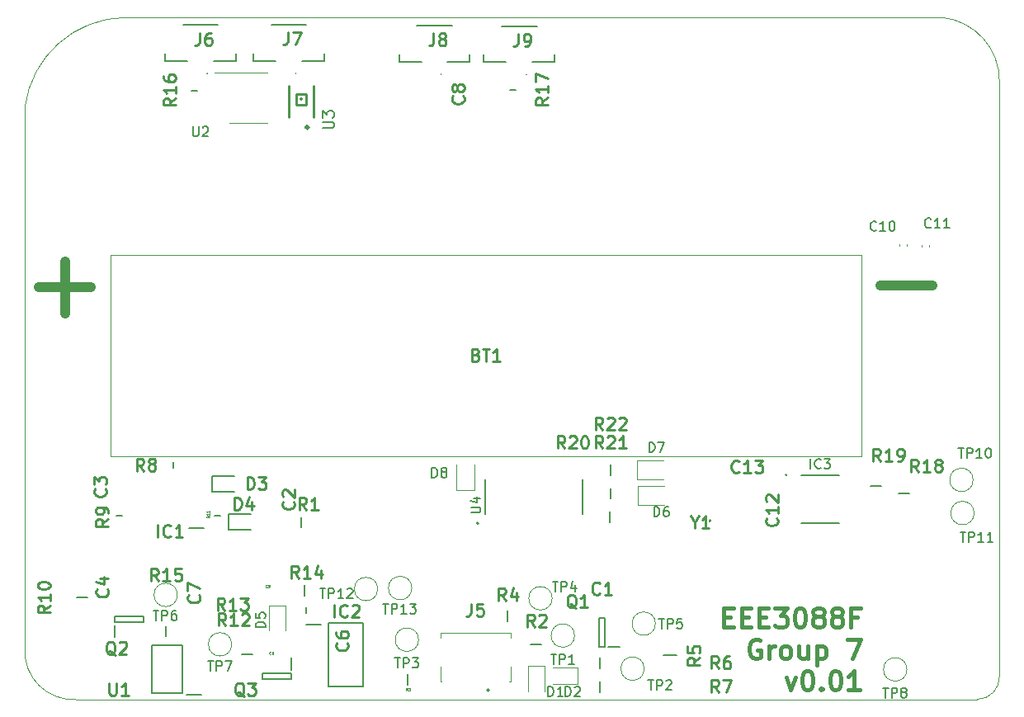
<source format=gbr>
%TF.GenerationSoftware,KiCad,Pcbnew,(6.0.2)*%
%TF.CreationDate,2022-03-20T21:01:56+02:00*%
%TF.ProjectId,main,6d61696e-2e6b-4696-9361-645f70636258,rev?*%
%TF.SameCoordinates,Original*%
%TF.FileFunction,Legend,Top*%
%TF.FilePolarity,Positive*%
%FSLAX46Y46*%
G04 Gerber Fmt 4.6, Leading zero omitted, Abs format (unit mm)*
G04 Created by KiCad (PCBNEW (6.0.2)) date 2022-03-20 21:01:56*
%MOMM*%
%LPD*%
G01*
G04 APERTURE LIST*
%TA.AperFunction,Profile*%
%ADD10C,0.100000*%
%TD*%
%ADD11C,1.000000*%
%ADD12C,0.400000*%
%ADD13C,0.067500*%
%ADD14C,0.254000*%
%ADD15C,0.150000*%
%ADD16C,0.152000*%
%ADD17C,0.200000*%
%ADD18C,0.120000*%
%ADD19C,0.100000*%
%ADD20C,0.127000*%
G04 APERTURE END LIST*
D10*
X189700000Y-76480000D02*
X189700000Y-137400000D01*
X100060000Y-69849999D02*
G75*
G03*
X89700000Y-79080000I93771J-10534423D01*
G01*
X89700000Y-134650000D02*
X89700000Y-79080000D01*
X187390000Y-139830000D02*
G75*
G03*
X189700000Y-137400000I17847J2295998D01*
G01*
X100060000Y-69850000D02*
X183790000Y-69850000D01*
X189700000Y-76480000D02*
G75*
G03*
X183790000Y-69850000I-6555369J105621D01*
G01*
X187390000Y-139830000D02*
X94910000Y-139830000D01*
X89700000Y-134650000D02*
G75*
G03*
X94910000Y-139830000I4932314J-249207D01*
G01*
D11*
X177458333Y-97375000D02*
X182791666Y-97375000D01*
X91133333Y-97525000D02*
X96466666Y-97525000D01*
X93800000Y-100191666D02*
X93800000Y-94858333D01*
D12*
X161429285Y-131387142D02*
X162095952Y-131387142D01*
X162381666Y-132434761D02*
X161429285Y-132434761D01*
X161429285Y-130434761D01*
X162381666Y-130434761D01*
X163238809Y-131387142D02*
X163905476Y-131387142D01*
X164191190Y-132434761D02*
X163238809Y-132434761D01*
X163238809Y-130434761D01*
X164191190Y-130434761D01*
X165048333Y-131387142D02*
X165715000Y-131387142D01*
X166000714Y-132434761D02*
X165048333Y-132434761D01*
X165048333Y-130434761D01*
X166000714Y-130434761D01*
X166667380Y-130434761D02*
X167905476Y-130434761D01*
X167238809Y-131196666D01*
X167524523Y-131196666D01*
X167714999Y-131291904D01*
X167810238Y-131387142D01*
X167905476Y-131577619D01*
X167905476Y-132053809D01*
X167810238Y-132244285D01*
X167714999Y-132339523D01*
X167524523Y-132434761D01*
X166953095Y-132434761D01*
X166762619Y-132339523D01*
X166667380Y-132244285D01*
X169143571Y-130434761D02*
X169334047Y-130434761D01*
X169524523Y-130530000D01*
X169619761Y-130625238D01*
X169715000Y-130815714D01*
X169810238Y-131196666D01*
X169810238Y-131672857D01*
X169715000Y-132053809D01*
X169619761Y-132244285D01*
X169524523Y-132339523D01*
X169334047Y-132434761D01*
X169143571Y-132434761D01*
X168953095Y-132339523D01*
X168857857Y-132244285D01*
X168762619Y-132053809D01*
X168667380Y-131672857D01*
X168667380Y-131196666D01*
X168762619Y-130815714D01*
X168857857Y-130625238D01*
X168953095Y-130530000D01*
X169143571Y-130434761D01*
X170953095Y-131291904D02*
X170762619Y-131196666D01*
X170667380Y-131101428D01*
X170572142Y-130910952D01*
X170572142Y-130815714D01*
X170667380Y-130625238D01*
X170762619Y-130530000D01*
X170953095Y-130434761D01*
X171334047Y-130434761D01*
X171524523Y-130530000D01*
X171619761Y-130625238D01*
X171715000Y-130815714D01*
X171715000Y-130910952D01*
X171619761Y-131101428D01*
X171524523Y-131196666D01*
X171334047Y-131291904D01*
X170953095Y-131291904D01*
X170762619Y-131387142D01*
X170667380Y-131482380D01*
X170572142Y-131672857D01*
X170572142Y-132053809D01*
X170667380Y-132244285D01*
X170762619Y-132339523D01*
X170953095Y-132434761D01*
X171334047Y-132434761D01*
X171524523Y-132339523D01*
X171619761Y-132244285D01*
X171715000Y-132053809D01*
X171715000Y-131672857D01*
X171619761Y-131482380D01*
X171524523Y-131387142D01*
X171334047Y-131291904D01*
X172857857Y-131291904D02*
X172667380Y-131196666D01*
X172572142Y-131101428D01*
X172476904Y-130910952D01*
X172476904Y-130815714D01*
X172572142Y-130625238D01*
X172667380Y-130530000D01*
X172857857Y-130434761D01*
X173238809Y-130434761D01*
X173429285Y-130530000D01*
X173524523Y-130625238D01*
X173619761Y-130815714D01*
X173619761Y-130910952D01*
X173524523Y-131101428D01*
X173429285Y-131196666D01*
X173238809Y-131291904D01*
X172857857Y-131291904D01*
X172667380Y-131387142D01*
X172572142Y-131482380D01*
X172476904Y-131672857D01*
X172476904Y-132053809D01*
X172572142Y-132244285D01*
X172667380Y-132339523D01*
X172857857Y-132434761D01*
X173238809Y-132434761D01*
X173429285Y-132339523D01*
X173524523Y-132244285D01*
X173619761Y-132053809D01*
X173619761Y-131672857D01*
X173524523Y-131482380D01*
X173429285Y-131387142D01*
X173238809Y-131291904D01*
X175143571Y-131387142D02*
X174476904Y-131387142D01*
X174476904Y-132434761D02*
X174476904Y-130434761D01*
X175429285Y-130434761D01*
X165143571Y-133750000D02*
X164953095Y-133654761D01*
X164667380Y-133654761D01*
X164381666Y-133750000D01*
X164191190Y-133940476D01*
X164095952Y-134130952D01*
X164000714Y-134511904D01*
X164000714Y-134797619D01*
X164095952Y-135178571D01*
X164191190Y-135369047D01*
X164381666Y-135559523D01*
X164667380Y-135654761D01*
X164857857Y-135654761D01*
X165143571Y-135559523D01*
X165238809Y-135464285D01*
X165238809Y-134797619D01*
X164857857Y-134797619D01*
X166095952Y-135654761D02*
X166095952Y-134321428D01*
X166095952Y-134702380D02*
X166191190Y-134511904D01*
X166286428Y-134416666D01*
X166476904Y-134321428D01*
X166667380Y-134321428D01*
X167619761Y-135654761D02*
X167429285Y-135559523D01*
X167334047Y-135464285D01*
X167238809Y-135273809D01*
X167238809Y-134702380D01*
X167334047Y-134511904D01*
X167429285Y-134416666D01*
X167619761Y-134321428D01*
X167905476Y-134321428D01*
X168095952Y-134416666D01*
X168191190Y-134511904D01*
X168286428Y-134702380D01*
X168286428Y-135273809D01*
X168191190Y-135464285D01*
X168095952Y-135559523D01*
X167905476Y-135654761D01*
X167619761Y-135654761D01*
X170000714Y-134321428D02*
X170000714Y-135654761D01*
X169143571Y-134321428D02*
X169143571Y-135369047D01*
X169238809Y-135559523D01*
X169429285Y-135654761D01*
X169715000Y-135654761D01*
X169905476Y-135559523D01*
X170000714Y-135464285D01*
X170953095Y-134321428D02*
X170953095Y-136321428D01*
X170953095Y-134416666D02*
X171143571Y-134321428D01*
X171524523Y-134321428D01*
X171715000Y-134416666D01*
X171810238Y-134511904D01*
X171905476Y-134702380D01*
X171905476Y-135273809D01*
X171810238Y-135464285D01*
X171715000Y-135559523D01*
X171524523Y-135654761D01*
X171143571Y-135654761D01*
X170953095Y-135559523D01*
X174095952Y-133654761D02*
X175429285Y-133654761D01*
X174572142Y-135654761D01*
X167810238Y-137541428D02*
X168286428Y-138874761D01*
X168762619Y-137541428D01*
X169905476Y-136874761D02*
X170095952Y-136874761D01*
X170286428Y-136970000D01*
X170381666Y-137065238D01*
X170476904Y-137255714D01*
X170572142Y-137636666D01*
X170572142Y-138112857D01*
X170476904Y-138493809D01*
X170381666Y-138684285D01*
X170286428Y-138779523D01*
X170095952Y-138874761D01*
X169905476Y-138874761D01*
X169715000Y-138779523D01*
X169619761Y-138684285D01*
X169524523Y-138493809D01*
X169429285Y-138112857D01*
X169429285Y-137636666D01*
X169524523Y-137255714D01*
X169619761Y-137065238D01*
X169715000Y-136970000D01*
X169905476Y-136874761D01*
X171429285Y-138684285D02*
X171524523Y-138779523D01*
X171429285Y-138874761D01*
X171334047Y-138779523D01*
X171429285Y-138684285D01*
X171429285Y-138874761D01*
X172762619Y-136874761D02*
X172953095Y-136874761D01*
X173143571Y-136970000D01*
X173238809Y-137065238D01*
X173334047Y-137255714D01*
X173429285Y-137636666D01*
X173429285Y-138112857D01*
X173334047Y-138493809D01*
X173238809Y-138684285D01*
X173143571Y-138779523D01*
X172953095Y-138874761D01*
X172762619Y-138874761D01*
X172572142Y-138779523D01*
X172476904Y-138684285D01*
X172381666Y-138493809D01*
X172286428Y-138112857D01*
X172286428Y-137636666D01*
X172381666Y-137255714D01*
X172476904Y-137065238D01*
X172572142Y-136970000D01*
X172762619Y-136874761D01*
X175334047Y-138874761D02*
X174191190Y-138874761D01*
X174762619Y-138874761D02*
X174762619Y-136874761D01*
X174572142Y-137160476D01*
X174381666Y-137350952D01*
X174191190Y-137446190D01*
D13*
%TO.C,C5*%
X114955000Y-135196428D02*
X114942142Y-135209285D01*
X114903571Y-135222142D01*
X114877857Y-135222142D01*
X114839285Y-135209285D01*
X114813571Y-135183571D01*
X114800714Y-135157857D01*
X114787857Y-135106428D01*
X114787857Y-135067857D01*
X114800714Y-135016428D01*
X114813571Y-134990714D01*
X114839285Y-134965000D01*
X114877857Y-134952142D01*
X114903571Y-134952142D01*
X114942142Y-134965000D01*
X114955000Y-134977857D01*
X115199285Y-134952142D02*
X115070714Y-134952142D01*
X115057857Y-135080714D01*
X115070714Y-135067857D01*
X115096428Y-135055000D01*
X115160714Y-135055000D01*
X115186428Y-135067857D01*
X115199285Y-135080714D01*
X115212142Y-135106428D01*
X115212142Y-135170714D01*
X115199285Y-135196428D01*
X115186428Y-135209285D01*
X115160714Y-135222142D01*
X115096428Y-135222142D01*
X115070714Y-135209285D01*
X115057857Y-135196428D01*
D14*
%TO.C,R5*%
X158974523Y-135536666D02*
X158369761Y-135960000D01*
X158974523Y-136262380D02*
X157704523Y-136262380D01*
X157704523Y-135778571D01*
X157765000Y-135657619D01*
X157825476Y-135597142D01*
X157946428Y-135536666D01*
X158127857Y-135536666D01*
X158248809Y-135597142D01*
X158309285Y-135657619D01*
X158369761Y-135778571D01*
X158369761Y-136262380D01*
X157704523Y-134387619D02*
X157704523Y-134992380D01*
X158309285Y-135052857D01*
X158248809Y-134992380D01*
X158188333Y-134871428D01*
X158188333Y-134569047D01*
X158248809Y-134448095D01*
X158309285Y-134387619D01*
X158430238Y-134327142D01*
X158732619Y-134327142D01*
X158853571Y-134387619D01*
X158914047Y-134448095D01*
X158974523Y-134569047D01*
X158974523Y-134871428D01*
X158914047Y-134992380D01*
X158853571Y-135052857D01*
%TO.C,D3*%
X112512619Y-118274523D02*
X112512619Y-117004523D01*
X112815000Y-117004523D01*
X112996428Y-117065000D01*
X113117380Y-117185952D01*
X113177857Y-117306904D01*
X113238333Y-117548809D01*
X113238333Y-117730238D01*
X113177857Y-117972142D01*
X113117380Y-118093095D01*
X112996428Y-118214047D01*
X112815000Y-118274523D01*
X112512619Y-118274523D01*
X113661666Y-117004523D02*
X114447857Y-117004523D01*
X114024523Y-117488333D01*
X114205952Y-117488333D01*
X114326904Y-117548809D01*
X114387380Y-117609285D01*
X114447857Y-117730238D01*
X114447857Y-118032619D01*
X114387380Y-118153571D01*
X114326904Y-118214047D01*
X114205952Y-118274523D01*
X113843095Y-118274523D01*
X113722142Y-118214047D01*
X113661666Y-118153571D01*
%TO.C,R8*%
X101888333Y-116374523D02*
X101465000Y-115769761D01*
X101162619Y-116374523D02*
X101162619Y-115104523D01*
X101646428Y-115104523D01*
X101767380Y-115165000D01*
X101827857Y-115225476D01*
X101888333Y-115346428D01*
X101888333Y-115527857D01*
X101827857Y-115648809D01*
X101767380Y-115709285D01*
X101646428Y-115769761D01*
X101162619Y-115769761D01*
X102614047Y-115648809D02*
X102493095Y-115588333D01*
X102432619Y-115527857D01*
X102372142Y-115406904D01*
X102372142Y-115346428D01*
X102432619Y-115225476D01*
X102493095Y-115165000D01*
X102614047Y-115104523D01*
X102855952Y-115104523D01*
X102976904Y-115165000D01*
X103037380Y-115225476D01*
X103097857Y-115346428D01*
X103097857Y-115406904D01*
X103037380Y-115527857D01*
X102976904Y-115588333D01*
X102855952Y-115648809D01*
X102614047Y-115648809D01*
X102493095Y-115709285D01*
X102432619Y-115769761D01*
X102372142Y-115890714D01*
X102372142Y-116132619D01*
X102432619Y-116253571D01*
X102493095Y-116314047D01*
X102614047Y-116374523D01*
X102855952Y-116374523D01*
X102976904Y-116314047D01*
X103037380Y-116253571D01*
X103097857Y-116132619D01*
X103097857Y-115890714D01*
X103037380Y-115769761D01*
X102976904Y-115709285D01*
X102855952Y-115648809D01*
D15*
%TO.C,D1*%
X143386904Y-139502380D02*
X143386904Y-138502380D01*
X143625000Y-138502380D01*
X143767857Y-138550000D01*
X143863095Y-138645238D01*
X143910714Y-138740476D01*
X143958333Y-138930952D01*
X143958333Y-139073809D01*
X143910714Y-139264285D01*
X143863095Y-139359523D01*
X143767857Y-139454761D01*
X143625000Y-139502380D01*
X143386904Y-139502380D01*
X144910714Y-139502380D02*
X144339285Y-139502380D01*
X144625000Y-139502380D02*
X144625000Y-138502380D01*
X144529761Y-138645238D01*
X144434523Y-138740476D01*
X144339285Y-138788095D01*
D14*
%TO.C,C2*%
X117253571Y-119511666D02*
X117314047Y-119572142D01*
X117374523Y-119753571D01*
X117374523Y-119874523D01*
X117314047Y-120055952D01*
X117193095Y-120176904D01*
X117072142Y-120237380D01*
X116830238Y-120297857D01*
X116648809Y-120297857D01*
X116406904Y-120237380D01*
X116285952Y-120176904D01*
X116165000Y-120055952D01*
X116104523Y-119874523D01*
X116104523Y-119753571D01*
X116165000Y-119572142D01*
X116225476Y-119511666D01*
X116225476Y-119027857D02*
X116165000Y-118967380D01*
X116104523Y-118846428D01*
X116104523Y-118544047D01*
X116165000Y-118423095D01*
X116225476Y-118362619D01*
X116346428Y-118302142D01*
X116467380Y-118302142D01*
X116648809Y-118362619D01*
X117374523Y-119088333D01*
X117374523Y-118302142D01*
%TO.C,C6*%
X122753571Y-134011666D02*
X122814047Y-134072142D01*
X122874523Y-134253571D01*
X122874523Y-134374523D01*
X122814047Y-134555952D01*
X122693095Y-134676904D01*
X122572142Y-134737380D01*
X122330238Y-134797857D01*
X122148809Y-134797857D01*
X121906904Y-134737380D01*
X121785952Y-134676904D01*
X121665000Y-134555952D01*
X121604523Y-134374523D01*
X121604523Y-134253571D01*
X121665000Y-134072142D01*
X121725476Y-134011666D01*
X121604523Y-132923095D02*
X121604523Y-133165000D01*
X121665000Y-133285952D01*
X121725476Y-133346428D01*
X121906904Y-133467380D01*
X122148809Y-133527857D01*
X122632619Y-133527857D01*
X122753571Y-133467380D01*
X122814047Y-133406904D01*
X122874523Y-133285952D01*
X122874523Y-133044047D01*
X122814047Y-132923095D01*
X122753571Y-132862619D01*
X122632619Y-132802142D01*
X122330238Y-132802142D01*
X122209285Y-132862619D01*
X122148809Y-132923095D01*
X122088333Y-133044047D01*
X122088333Y-133285952D01*
X122148809Y-133406904D01*
X122209285Y-133467380D01*
X122330238Y-133527857D01*
%TO.C,BT1*%
X135977142Y-104459285D02*
X136158571Y-104519761D01*
X136219047Y-104580238D01*
X136279523Y-104701190D01*
X136279523Y-104882619D01*
X136219047Y-105003571D01*
X136158571Y-105064047D01*
X136037619Y-105124523D01*
X135553809Y-105124523D01*
X135553809Y-103854523D01*
X135977142Y-103854523D01*
X136098095Y-103915000D01*
X136158571Y-103975476D01*
X136219047Y-104096428D01*
X136219047Y-104217380D01*
X136158571Y-104338333D01*
X136098095Y-104398809D01*
X135977142Y-104459285D01*
X135553809Y-104459285D01*
X136642380Y-103854523D02*
X137368095Y-103854523D01*
X137005238Y-105124523D02*
X137005238Y-103854523D01*
X138456666Y-105124523D02*
X137730952Y-105124523D01*
X138093809Y-105124523D02*
X138093809Y-103854523D01*
X137972857Y-104035952D01*
X137851904Y-104156904D01*
X137730952Y-104217380D01*
D15*
%TO.C,TP2*%
X153638095Y-137852380D02*
X154209523Y-137852380D01*
X153923809Y-138852380D02*
X153923809Y-137852380D01*
X154542857Y-138852380D02*
X154542857Y-137852380D01*
X154923809Y-137852380D01*
X155019047Y-137900000D01*
X155066666Y-137947619D01*
X155114285Y-138042857D01*
X155114285Y-138185714D01*
X155066666Y-138280952D01*
X155019047Y-138328571D01*
X154923809Y-138376190D01*
X154542857Y-138376190D01*
X155495238Y-137947619D02*
X155542857Y-137900000D01*
X155638095Y-137852380D01*
X155876190Y-137852380D01*
X155971428Y-137900000D01*
X156019047Y-137947619D01*
X156066666Y-138042857D01*
X156066666Y-138138095D01*
X156019047Y-138280952D01*
X155447619Y-138852380D01*
X156066666Y-138852380D01*
D14*
%TO.C,IC1*%
X103335238Y-123174523D02*
X103335238Y-121904523D01*
X104665714Y-123053571D02*
X104605238Y-123114047D01*
X104423809Y-123174523D01*
X104302857Y-123174523D01*
X104121428Y-123114047D01*
X104000476Y-122993095D01*
X103940000Y-122872142D01*
X103879523Y-122630238D01*
X103879523Y-122448809D01*
X103940000Y-122206904D01*
X104000476Y-122085952D01*
X104121428Y-121965000D01*
X104302857Y-121904523D01*
X104423809Y-121904523D01*
X104605238Y-121965000D01*
X104665714Y-122025476D01*
X105875238Y-123174523D02*
X105149523Y-123174523D01*
X105512380Y-123174523D02*
X105512380Y-121904523D01*
X105391428Y-122085952D01*
X105270476Y-122206904D01*
X105149523Y-122267380D01*
D15*
%TO.C,D2*%
X145161904Y-139502380D02*
X145161904Y-138502380D01*
X145400000Y-138502380D01*
X145542857Y-138550000D01*
X145638095Y-138645238D01*
X145685714Y-138740476D01*
X145733333Y-138930952D01*
X145733333Y-139073809D01*
X145685714Y-139264285D01*
X145638095Y-139359523D01*
X145542857Y-139454761D01*
X145400000Y-139502380D01*
X145161904Y-139502380D01*
X146114285Y-138597619D02*
X146161904Y-138550000D01*
X146257142Y-138502380D01*
X146495238Y-138502380D01*
X146590476Y-138550000D01*
X146638095Y-138597619D01*
X146685714Y-138692857D01*
X146685714Y-138788095D01*
X146638095Y-138930952D01*
X146066666Y-139502380D01*
X146685714Y-139502380D01*
D14*
%TO.C,U1*%
X98357380Y-138129523D02*
X98357380Y-139157619D01*
X98417857Y-139278571D01*
X98478333Y-139339047D01*
X98599285Y-139399523D01*
X98841190Y-139399523D01*
X98962142Y-139339047D01*
X99022619Y-139278571D01*
X99083095Y-139157619D01*
X99083095Y-138129523D01*
X100353095Y-139399523D02*
X99627380Y-139399523D01*
X99990238Y-139399523D02*
X99990238Y-138129523D01*
X99869285Y-138310952D01*
X99748333Y-138431904D01*
X99627380Y-138492380D01*
%TO.C,J5*%
X135501666Y-130004523D02*
X135501666Y-130911666D01*
X135441190Y-131093095D01*
X135320238Y-131214047D01*
X135138809Y-131274523D01*
X135017857Y-131274523D01*
X136711190Y-130004523D02*
X136106428Y-130004523D01*
X136045952Y-130609285D01*
X136106428Y-130548809D01*
X136227380Y-130488333D01*
X136529761Y-130488333D01*
X136650714Y-130548809D01*
X136711190Y-130609285D01*
X136771666Y-130730238D01*
X136771666Y-131032619D01*
X136711190Y-131153571D01*
X136650714Y-131214047D01*
X136529761Y-131274523D01*
X136227380Y-131274523D01*
X136106428Y-131214047D01*
X136045952Y-131153571D01*
D15*
%TO.C,U4*%
X135452380Y-120661904D02*
X136261904Y-120661904D01*
X136357142Y-120614285D01*
X136404761Y-120566666D01*
X136452380Y-120471428D01*
X136452380Y-120280952D01*
X136404761Y-120185714D01*
X136357142Y-120138095D01*
X136261904Y-120090476D01*
X135452380Y-120090476D01*
X135785714Y-119185714D02*
X136452380Y-119185714D01*
X135404761Y-119423809D02*
X136119047Y-119661904D01*
X136119047Y-119042857D01*
D14*
%TO.C,C7*%
X107553571Y-129111666D02*
X107614047Y-129172142D01*
X107674523Y-129353571D01*
X107674523Y-129474523D01*
X107614047Y-129655952D01*
X107493095Y-129776904D01*
X107372142Y-129837380D01*
X107130238Y-129897857D01*
X106948809Y-129897857D01*
X106706904Y-129837380D01*
X106585952Y-129776904D01*
X106465000Y-129655952D01*
X106404523Y-129474523D01*
X106404523Y-129353571D01*
X106465000Y-129172142D01*
X106525476Y-129111666D01*
X106404523Y-128688333D02*
X106404523Y-127841666D01*
X107674523Y-128385952D01*
%TO.C,R7*%
X160888333Y-139074523D02*
X160465000Y-138469761D01*
X160162619Y-139074523D02*
X160162619Y-137804523D01*
X160646428Y-137804523D01*
X160767380Y-137865000D01*
X160827857Y-137925476D01*
X160888333Y-138046428D01*
X160888333Y-138227857D01*
X160827857Y-138348809D01*
X160767380Y-138409285D01*
X160646428Y-138469761D01*
X160162619Y-138469761D01*
X161311666Y-137804523D02*
X162158333Y-137804523D01*
X161614047Y-139074523D01*
%TO.C,R19*%
X177483571Y-115374523D02*
X177060238Y-114769761D01*
X176757857Y-115374523D02*
X176757857Y-114104523D01*
X177241666Y-114104523D01*
X177362619Y-114165000D01*
X177423095Y-114225476D01*
X177483571Y-114346428D01*
X177483571Y-114527857D01*
X177423095Y-114648809D01*
X177362619Y-114709285D01*
X177241666Y-114769761D01*
X176757857Y-114769761D01*
X178693095Y-115374523D02*
X177967380Y-115374523D01*
X178330238Y-115374523D02*
X178330238Y-114104523D01*
X178209285Y-114285952D01*
X178088333Y-114406904D01*
X177967380Y-114467380D01*
X179297857Y-115374523D02*
X179539761Y-115374523D01*
X179660714Y-115314047D01*
X179721190Y-115253571D01*
X179842142Y-115072142D01*
X179902619Y-114830238D01*
X179902619Y-114346428D01*
X179842142Y-114225476D01*
X179781666Y-114165000D01*
X179660714Y-114104523D01*
X179418809Y-114104523D01*
X179297857Y-114165000D01*
X179237380Y-114225476D01*
X179176904Y-114346428D01*
X179176904Y-114648809D01*
X179237380Y-114769761D01*
X179297857Y-114830238D01*
X179418809Y-114890714D01*
X179660714Y-114890714D01*
X179781666Y-114830238D01*
X179842142Y-114769761D01*
X179902619Y-114648809D01*
D15*
%TO.C,D7*%
X153761904Y-114452380D02*
X153761904Y-113452380D01*
X154000000Y-113452380D01*
X154142857Y-113500000D01*
X154238095Y-113595238D01*
X154285714Y-113690476D01*
X154333333Y-113880952D01*
X154333333Y-114023809D01*
X154285714Y-114214285D01*
X154238095Y-114309523D01*
X154142857Y-114404761D01*
X154000000Y-114452380D01*
X153761904Y-114452380D01*
X154666666Y-113452380D02*
X155333333Y-113452380D01*
X154904761Y-114452380D01*
D14*
%TO.C,Q3*%
X112204047Y-139520476D02*
X112083095Y-139460000D01*
X111962142Y-139339047D01*
X111780714Y-139157619D01*
X111659761Y-139097142D01*
X111538809Y-139097142D01*
X111599285Y-139399523D02*
X111478333Y-139339047D01*
X111357380Y-139218095D01*
X111296904Y-138976190D01*
X111296904Y-138552857D01*
X111357380Y-138310952D01*
X111478333Y-138190000D01*
X111599285Y-138129523D01*
X111841190Y-138129523D01*
X111962142Y-138190000D01*
X112083095Y-138310952D01*
X112143571Y-138552857D01*
X112143571Y-138976190D01*
X112083095Y-139218095D01*
X111962142Y-139339047D01*
X111841190Y-139399523D01*
X111599285Y-139399523D01*
X112566904Y-138129523D02*
X113353095Y-138129523D01*
X112929761Y-138613333D01*
X113111190Y-138613333D01*
X113232142Y-138673809D01*
X113292619Y-138734285D01*
X113353095Y-138855238D01*
X113353095Y-139157619D01*
X113292619Y-139278571D01*
X113232142Y-139339047D01*
X113111190Y-139399523D01*
X112748333Y-139399523D01*
X112627380Y-139339047D01*
X112566904Y-139278571D01*
D15*
%TO.C,D6*%
X154261904Y-121052380D02*
X154261904Y-120052380D01*
X154500000Y-120052380D01*
X154642857Y-120100000D01*
X154738095Y-120195238D01*
X154785714Y-120290476D01*
X154833333Y-120480952D01*
X154833333Y-120623809D01*
X154785714Y-120814285D01*
X154738095Y-120909523D01*
X154642857Y-121004761D01*
X154500000Y-121052380D01*
X154261904Y-121052380D01*
X155690476Y-120052380D02*
X155500000Y-120052380D01*
X155404761Y-120100000D01*
X155357142Y-120147619D01*
X155261904Y-120290476D01*
X155214285Y-120480952D01*
X155214285Y-120861904D01*
X155261904Y-120957142D01*
X155309523Y-121004761D01*
X155404761Y-121052380D01*
X155595238Y-121052380D01*
X155690476Y-121004761D01*
X155738095Y-120957142D01*
X155785714Y-120861904D01*
X155785714Y-120623809D01*
X155738095Y-120528571D01*
X155690476Y-120480952D01*
X155595238Y-120433333D01*
X155404761Y-120433333D01*
X155309523Y-120480952D01*
X155261904Y-120528571D01*
X155214285Y-120623809D01*
D14*
%TO.C,R1*%
X118588333Y-120374523D02*
X118165000Y-119769761D01*
X117862619Y-120374523D02*
X117862619Y-119104523D01*
X118346428Y-119104523D01*
X118467380Y-119165000D01*
X118527857Y-119225476D01*
X118588333Y-119346428D01*
X118588333Y-119527857D01*
X118527857Y-119648809D01*
X118467380Y-119709285D01*
X118346428Y-119769761D01*
X117862619Y-119769761D01*
X119797857Y-120374523D02*
X119072142Y-120374523D01*
X119435000Y-120374523D02*
X119435000Y-119104523D01*
X119314047Y-119285952D01*
X119193095Y-119406904D01*
X119072142Y-119467380D01*
D15*
%TO.C,C10*%
X177057142Y-91657142D02*
X177009523Y-91704761D01*
X176866666Y-91752380D01*
X176771428Y-91752380D01*
X176628571Y-91704761D01*
X176533333Y-91609523D01*
X176485714Y-91514285D01*
X176438095Y-91323809D01*
X176438095Y-91180952D01*
X176485714Y-90990476D01*
X176533333Y-90895238D01*
X176628571Y-90800000D01*
X176771428Y-90752380D01*
X176866666Y-90752380D01*
X177009523Y-90800000D01*
X177057142Y-90847619D01*
X178009523Y-91752380D02*
X177438095Y-91752380D01*
X177723809Y-91752380D02*
X177723809Y-90752380D01*
X177628571Y-90895238D01*
X177533333Y-90990476D01*
X177438095Y-91038095D01*
X178628571Y-90752380D02*
X178723809Y-90752380D01*
X178819047Y-90800000D01*
X178866666Y-90847619D01*
X178914285Y-90942857D01*
X178961904Y-91133333D01*
X178961904Y-91371428D01*
X178914285Y-91561904D01*
X178866666Y-91657142D01*
X178819047Y-91704761D01*
X178723809Y-91752380D01*
X178628571Y-91752380D01*
X178533333Y-91704761D01*
X178485714Y-91657142D01*
X178438095Y-91561904D01*
X178390476Y-91371428D01*
X178390476Y-91133333D01*
X178438095Y-90942857D01*
X178485714Y-90847619D01*
X178533333Y-90800000D01*
X178628571Y-90752380D01*
%TO.C,TP12*%
X119961904Y-128452380D02*
X120533333Y-128452380D01*
X120247619Y-129452380D02*
X120247619Y-128452380D01*
X120866666Y-129452380D02*
X120866666Y-128452380D01*
X121247619Y-128452380D01*
X121342857Y-128500000D01*
X121390476Y-128547619D01*
X121438095Y-128642857D01*
X121438095Y-128785714D01*
X121390476Y-128880952D01*
X121342857Y-128928571D01*
X121247619Y-128976190D01*
X120866666Y-128976190D01*
X122390476Y-129452380D02*
X121819047Y-129452380D01*
X122104761Y-129452380D02*
X122104761Y-128452380D01*
X122009523Y-128595238D01*
X121914285Y-128690476D01*
X121819047Y-128738095D01*
X122771428Y-128547619D02*
X122819047Y-128500000D01*
X122914285Y-128452380D01*
X123152380Y-128452380D01*
X123247619Y-128500000D01*
X123295238Y-128547619D01*
X123342857Y-128642857D01*
X123342857Y-128738095D01*
X123295238Y-128880952D01*
X122723809Y-129452380D01*
X123342857Y-129452380D01*
D14*
%TO.C,Y1*%
X158395238Y-121669761D02*
X158395238Y-122274523D01*
X157971904Y-121004523D02*
X158395238Y-121669761D01*
X158818571Y-121004523D01*
X159907142Y-122274523D02*
X159181428Y-122274523D01*
X159544285Y-122274523D02*
X159544285Y-121004523D01*
X159423333Y-121185952D01*
X159302380Y-121306904D01*
X159181428Y-121367380D01*
%TO.C,Q2*%
X98979047Y-135295476D02*
X98858095Y-135235000D01*
X98737142Y-135114047D01*
X98555714Y-134932619D01*
X98434761Y-134872142D01*
X98313809Y-134872142D01*
X98374285Y-135174523D02*
X98253333Y-135114047D01*
X98132380Y-134993095D01*
X98071904Y-134751190D01*
X98071904Y-134327857D01*
X98132380Y-134085952D01*
X98253333Y-133965000D01*
X98374285Y-133904523D01*
X98616190Y-133904523D01*
X98737142Y-133965000D01*
X98858095Y-134085952D01*
X98918571Y-134327857D01*
X98918571Y-134751190D01*
X98858095Y-134993095D01*
X98737142Y-135114047D01*
X98616190Y-135174523D01*
X98374285Y-135174523D01*
X99402380Y-134025476D02*
X99462857Y-133965000D01*
X99583809Y-133904523D01*
X99886190Y-133904523D01*
X100007142Y-133965000D01*
X100067619Y-134025476D01*
X100128095Y-134146428D01*
X100128095Y-134267380D01*
X100067619Y-134448809D01*
X99341904Y-135174523D01*
X100128095Y-135174523D01*
%TO.C,R6*%
X160888333Y-136674523D02*
X160465000Y-136069761D01*
X160162619Y-136674523D02*
X160162619Y-135404523D01*
X160646428Y-135404523D01*
X160767380Y-135465000D01*
X160827857Y-135525476D01*
X160888333Y-135646428D01*
X160888333Y-135827857D01*
X160827857Y-135948809D01*
X160767380Y-136009285D01*
X160646428Y-136069761D01*
X160162619Y-136069761D01*
X161976904Y-135404523D02*
X161735000Y-135404523D01*
X161614047Y-135465000D01*
X161553571Y-135525476D01*
X161432619Y-135706904D01*
X161372142Y-135948809D01*
X161372142Y-136432619D01*
X161432619Y-136553571D01*
X161493095Y-136614047D01*
X161614047Y-136674523D01*
X161855952Y-136674523D01*
X161976904Y-136614047D01*
X162037380Y-136553571D01*
X162097857Y-136432619D01*
X162097857Y-136130238D01*
X162037380Y-136009285D01*
X161976904Y-135948809D01*
X161855952Y-135888333D01*
X161614047Y-135888333D01*
X161493095Y-135948809D01*
X161432619Y-136009285D01*
X161372142Y-136130238D01*
%TO.C,C4*%
X98153571Y-128511666D02*
X98214047Y-128572142D01*
X98274523Y-128753571D01*
X98274523Y-128874523D01*
X98214047Y-129055952D01*
X98093095Y-129176904D01*
X97972142Y-129237380D01*
X97730238Y-129297857D01*
X97548809Y-129297857D01*
X97306904Y-129237380D01*
X97185952Y-129176904D01*
X97065000Y-129055952D01*
X97004523Y-128874523D01*
X97004523Y-128753571D01*
X97065000Y-128572142D01*
X97125476Y-128511666D01*
X97427857Y-127423095D02*
X98274523Y-127423095D01*
X96944047Y-127725476D02*
X97851190Y-128027857D01*
X97851190Y-127241666D01*
D15*
%TO.C,IC3*%
X170322218Y-116153118D02*
X170322218Y-115151488D01*
X171371545Y-116057725D02*
X171323848Y-116105421D01*
X171180758Y-116153118D01*
X171085365Y-116153118D01*
X170942275Y-116105421D01*
X170846881Y-116010028D01*
X170799185Y-115914635D01*
X170751488Y-115723848D01*
X170751488Y-115580758D01*
X170799185Y-115389971D01*
X170846881Y-115294578D01*
X170942275Y-115199185D01*
X171085365Y-115151488D01*
X171180758Y-115151488D01*
X171323848Y-115199185D01*
X171371545Y-115246881D01*
X171705421Y-115151488D02*
X172325478Y-115151488D01*
X171991601Y-115533061D01*
X172134691Y-115533061D01*
X172230085Y-115580758D01*
X172277781Y-115628455D01*
X172325478Y-115723848D01*
X172325478Y-115962331D01*
X172277781Y-116057725D01*
X172230085Y-116105421D01*
X172134691Y-116153118D01*
X171848511Y-116153118D01*
X171753118Y-116105421D01*
X171705421Y-116057725D01*
D14*
%TO.C,R20*%
X145083571Y-114074523D02*
X144660238Y-113469761D01*
X144357857Y-114074523D02*
X144357857Y-112804523D01*
X144841666Y-112804523D01*
X144962619Y-112865000D01*
X145023095Y-112925476D01*
X145083571Y-113046428D01*
X145083571Y-113227857D01*
X145023095Y-113348809D01*
X144962619Y-113409285D01*
X144841666Y-113469761D01*
X144357857Y-113469761D01*
X145567380Y-112925476D02*
X145627857Y-112865000D01*
X145748809Y-112804523D01*
X146051190Y-112804523D01*
X146172142Y-112865000D01*
X146232619Y-112925476D01*
X146293095Y-113046428D01*
X146293095Y-113167380D01*
X146232619Y-113348809D01*
X145506904Y-114074523D01*
X146293095Y-114074523D01*
X147079285Y-112804523D02*
X147200238Y-112804523D01*
X147321190Y-112865000D01*
X147381666Y-112925476D01*
X147442142Y-113046428D01*
X147502619Y-113288333D01*
X147502619Y-113590714D01*
X147442142Y-113832619D01*
X147381666Y-113953571D01*
X147321190Y-114014047D01*
X147200238Y-114074523D01*
X147079285Y-114074523D01*
X146958333Y-114014047D01*
X146897857Y-113953571D01*
X146837380Y-113832619D01*
X146776904Y-113590714D01*
X146776904Y-113288333D01*
X146837380Y-113046428D01*
X146897857Y-112925476D01*
X146958333Y-112865000D01*
X147079285Y-112804523D01*
D15*
%TO.C,D8*%
X131461904Y-117052380D02*
X131461904Y-116052380D01*
X131700000Y-116052380D01*
X131842857Y-116100000D01*
X131938095Y-116195238D01*
X131985714Y-116290476D01*
X132033333Y-116480952D01*
X132033333Y-116623809D01*
X131985714Y-116814285D01*
X131938095Y-116909523D01*
X131842857Y-117004761D01*
X131700000Y-117052380D01*
X131461904Y-117052380D01*
X132604761Y-116480952D02*
X132509523Y-116433333D01*
X132461904Y-116385714D01*
X132414285Y-116290476D01*
X132414285Y-116242857D01*
X132461904Y-116147619D01*
X132509523Y-116100000D01*
X132604761Y-116052380D01*
X132795238Y-116052380D01*
X132890476Y-116100000D01*
X132938095Y-116147619D01*
X132985714Y-116242857D01*
X132985714Y-116290476D01*
X132938095Y-116385714D01*
X132890476Y-116433333D01*
X132795238Y-116480952D01*
X132604761Y-116480952D01*
X132509523Y-116528571D01*
X132461904Y-116576190D01*
X132414285Y-116671428D01*
X132414285Y-116861904D01*
X132461904Y-116957142D01*
X132509523Y-117004761D01*
X132604761Y-117052380D01*
X132795238Y-117052380D01*
X132890476Y-117004761D01*
X132938095Y-116957142D01*
X132985714Y-116861904D01*
X132985714Y-116671428D01*
X132938095Y-116576190D01*
X132890476Y-116528571D01*
X132795238Y-116480952D01*
D14*
%TO.C,R2*%
X141988333Y-132374523D02*
X141565000Y-131769761D01*
X141262619Y-132374523D02*
X141262619Y-131104523D01*
X141746428Y-131104523D01*
X141867380Y-131165000D01*
X141927857Y-131225476D01*
X141988333Y-131346428D01*
X141988333Y-131527857D01*
X141927857Y-131648809D01*
X141867380Y-131709285D01*
X141746428Y-131769761D01*
X141262619Y-131769761D01*
X142472142Y-131225476D02*
X142532619Y-131165000D01*
X142653571Y-131104523D01*
X142955952Y-131104523D01*
X143076904Y-131165000D01*
X143137380Y-131225476D01*
X143197857Y-131346428D01*
X143197857Y-131467380D01*
X143137380Y-131648809D01*
X142411666Y-132374523D01*
X143197857Y-132374523D01*
D15*
%TO.C,TP7*%
X108463095Y-135902380D02*
X109034523Y-135902380D01*
X108748809Y-136902380D02*
X108748809Y-135902380D01*
X109367857Y-136902380D02*
X109367857Y-135902380D01*
X109748809Y-135902380D01*
X109844047Y-135950000D01*
X109891666Y-135997619D01*
X109939285Y-136092857D01*
X109939285Y-136235714D01*
X109891666Y-136330952D01*
X109844047Y-136378571D01*
X109748809Y-136426190D01*
X109367857Y-136426190D01*
X110272619Y-135902380D02*
X110939285Y-135902380D01*
X110510714Y-136902380D01*
D14*
%TO.C,J6*%
X107634316Y-71428213D02*
X107634316Y-72335356D01*
X107573840Y-72516785D01*
X107452888Y-72637737D01*
X107271459Y-72698213D01*
X107150507Y-72698213D01*
X108783364Y-71428213D02*
X108541459Y-71428213D01*
X108420507Y-71488690D01*
X108360030Y-71549166D01*
X108239078Y-71730594D01*
X108178602Y-71972499D01*
X108178602Y-72456309D01*
X108239078Y-72577261D01*
X108299554Y-72637737D01*
X108420507Y-72698213D01*
X108662411Y-72698213D01*
X108783364Y-72637737D01*
X108843840Y-72577261D01*
X108904316Y-72456309D01*
X108904316Y-72153928D01*
X108843840Y-72032975D01*
X108783364Y-71972499D01*
X108662411Y-71912023D01*
X108420507Y-71912023D01*
X108299554Y-71972499D01*
X108239078Y-72032975D01*
X108178602Y-72153928D01*
%TO.C,R17*%
X143374523Y-78066428D02*
X142769761Y-78489761D01*
X143374523Y-78792142D02*
X142104523Y-78792142D01*
X142104523Y-78308333D01*
X142165000Y-78187380D01*
X142225476Y-78126904D01*
X142346428Y-78066428D01*
X142527857Y-78066428D01*
X142648809Y-78126904D01*
X142709285Y-78187380D01*
X142769761Y-78308333D01*
X142769761Y-78792142D01*
X143374523Y-76856904D02*
X143374523Y-77582619D01*
X143374523Y-77219761D02*
X142104523Y-77219761D01*
X142285952Y-77340714D01*
X142406904Y-77461666D01*
X142467380Y-77582619D01*
X142104523Y-76433571D02*
X142104523Y-75586904D01*
X143374523Y-76131190D01*
%TO.C,R10*%
X92274523Y-130191428D02*
X91669761Y-130614761D01*
X92274523Y-130917142D02*
X91004523Y-130917142D01*
X91004523Y-130433333D01*
X91065000Y-130312380D01*
X91125476Y-130251904D01*
X91246428Y-130191428D01*
X91427857Y-130191428D01*
X91548809Y-130251904D01*
X91609285Y-130312380D01*
X91669761Y-130433333D01*
X91669761Y-130917142D01*
X92274523Y-128981904D02*
X92274523Y-129707619D01*
X92274523Y-129344761D02*
X91004523Y-129344761D01*
X91185952Y-129465714D01*
X91306904Y-129586666D01*
X91367380Y-129707619D01*
X91004523Y-128195714D02*
X91004523Y-128074761D01*
X91065000Y-127953809D01*
X91125476Y-127893333D01*
X91246428Y-127832857D01*
X91488333Y-127772380D01*
X91790714Y-127772380D01*
X92032619Y-127832857D01*
X92153571Y-127893333D01*
X92214047Y-127953809D01*
X92274523Y-128074761D01*
X92274523Y-128195714D01*
X92214047Y-128316666D01*
X92153571Y-128377142D01*
X92032619Y-128437619D01*
X91790714Y-128498095D01*
X91488333Y-128498095D01*
X91246428Y-128437619D01*
X91125476Y-128377142D01*
X91065000Y-128316666D01*
X91004523Y-128195714D01*
D15*
%TO.C,TP13*%
X126436904Y-130027380D02*
X127008333Y-130027380D01*
X126722619Y-131027380D02*
X126722619Y-130027380D01*
X127341666Y-131027380D02*
X127341666Y-130027380D01*
X127722619Y-130027380D01*
X127817857Y-130075000D01*
X127865476Y-130122619D01*
X127913095Y-130217857D01*
X127913095Y-130360714D01*
X127865476Y-130455952D01*
X127817857Y-130503571D01*
X127722619Y-130551190D01*
X127341666Y-130551190D01*
X128865476Y-131027380D02*
X128294047Y-131027380D01*
X128579761Y-131027380D02*
X128579761Y-130027380D01*
X128484523Y-130170238D01*
X128389285Y-130265476D01*
X128294047Y-130313095D01*
X129198809Y-130027380D02*
X129817857Y-130027380D01*
X129484523Y-130408333D01*
X129627380Y-130408333D01*
X129722619Y-130455952D01*
X129770238Y-130503571D01*
X129817857Y-130598809D01*
X129817857Y-130836904D01*
X129770238Y-130932142D01*
X129722619Y-130979761D01*
X129627380Y-131027380D01*
X129341666Y-131027380D01*
X129246428Y-130979761D01*
X129198809Y-130932142D01*
D14*
%TO.C,C12*%
X166853571Y-121216428D02*
X166914047Y-121276904D01*
X166974523Y-121458333D01*
X166974523Y-121579285D01*
X166914047Y-121760714D01*
X166793095Y-121881666D01*
X166672142Y-121942142D01*
X166430238Y-122002619D01*
X166248809Y-122002619D01*
X166006904Y-121942142D01*
X165885952Y-121881666D01*
X165765000Y-121760714D01*
X165704523Y-121579285D01*
X165704523Y-121458333D01*
X165765000Y-121276904D01*
X165825476Y-121216428D01*
X166974523Y-120006904D02*
X166974523Y-120732619D01*
X166974523Y-120369761D02*
X165704523Y-120369761D01*
X165885952Y-120490714D01*
X166006904Y-120611666D01*
X166067380Y-120732619D01*
X165825476Y-119523095D02*
X165765000Y-119462619D01*
X165704523Y-119341666D01*
X165704523Y-119039285D01*
X165765000Y-118918333D01*
X165825476Y-118857857D01*
X165946428Y-118797380D01*
X166067380Y-118797380D01*
X166248809Y-118857857D01*
X166974523Y-119583571D01*
X166974523Y-118797380D01*
%TO.C,R22*%
X148983571Y-112174523D02*
X148560238Y-111569761D01*
X148257857Y-112174523D02*
X148257857Y-110904523D01*
X148741666Y-110904523D01*
X148862619Y-110965000D01*
X148923095Y-111025476D01*
X148983571Y-111146428D01*
X148983571Y-111327857D01*
X148923095Y-111448809D01*
X148862619Y-111509285D01*
X148741666Y-111569761D01*
X148257857Y-111569761D01*
X149467380Y-111025476D02*
X149527857Y-110965000D01*
X149648809Y-110904523D01*
X149951190Y-110904523D01*
X150072142Y-110965000D01*
X150132619Y-111025476D01*
X150193095Y-111146428D01*
X150193095Y-111267380D01*
X150132619Y-111448809D01*
X149406904Y-112174523D01*
X150193095Y-112174523D01*
X150676904Y-111025476D02*
X150737380Y-110965000D01*
X150858333Y-110904523D01*
X151160714Y-110904523D01*
X151281666Y-110965000D01*
X151342142Y-111025476D01*
X151402619Y-111146428D01*
X151402619Y-111267380D01*
X151342142Y-111448809D01*
X150616428Y-112174523D01*
X151402619Y-112174523D01*
%TO.C,R15*%
X103383571Y-127674523D02*
X102960238Y-127069761D01*
X102657857Y-127674523D02*
X102657857Y-126404523D01*
X103141666Y-126404523D01*
X103262619Y-126465000D01*
X103323095Y-126525476D01*
X103383571Y-126646428D01*
X103383571Y-126827857D01*
X103323095Y-126948809D01*
X103262619Y-127009285D01*
X103141666Y-127069761D01*
X102657857Y-127069761D01*
X104593095Y-127674523D02*
X103867380Y-127674523D01*
X104230238Y-127674523D02*
X104230238Y-126404523D01*
X104109285Y-126585952D01*
X103988333Y-126706904D01*
X103867380Y-126767380D01*
X105742142Y-126404523D02*
X105137380Y-126404523D01*
X105076904Y-127009285D01*
X105137380Y-126948809D01*
X105258333Y-126888333D01*
X105560714Y-126888333D01*
X105681666Y-126948809D01*
X105742142Y-127009285D01*
X105802619Y-127130238D01*
X105802619Y-127432619D01*
X105742142Y-127553571D01*
X105681666Y-127614047D01*
X105560714Y-127674523D01*
X105258333Y-127674523D01*
X105137380Y-127614047D01*
X105076904Y-127553571D01*
%TO.C,R16*%
X105174523Y-78116428D02*
X104569761Y-78539761D01*
X105174523Y-78842142D02*
X103904523Y-78842142D01*
X103904523Y-78358333D01*
X103965000Y-78237380D01*
X104025476Y-78176904D01*
X104146428Y-78116428D01*
X104327857Y-78116428D01*
X104448809Y-78176904D01*
X104509285Y-78237380D01*
X104569761Y-78358333D01*
X104569761Y-78842142D01*
X105174523Y-76906904D02*
X105174523Y-77632619D01*
X105174523Y-77269761D02*
X103904523Y-77269761D01*
X104085952Y-77390714D01*
X104206904Y-77511666D01*
X104267380Y-77632619D01*
X103904523Y-75818333D02*
X103904523Y-76060238D01*
X103965000Y-76181190D01*
X104025476Y-76241666D01*
X104206904Y-76362619D01*
X104448809Y-76423095D01*
X104932619Y-76423095D01*
X105053571Y-76362619D01*
X105114047Y-76302142D01*
X105174523Y-76181190D01*
X105174523Y-75939285D01*
X105114047Y-75818333D01*
X105053571Y-75757857D01*
X104932619Y-75697380D01*
X104630238Y-75697380D01*
X104509285Y-75757857D01*
X104448809Y-75818333D01*
X104388333Y-75939285D01*
X104388333Y-76181190D01*
X104448809Y-76302142D01*
X104509285Y-76362619D01*
X104630238Y-76423095D01*
D15*
%TO.C,TP4*%
X143838095Y-127752380D02*
X144409523Y-127752380D01*
X144123809Y-128752380D02*
X144123809Y-127752380D01*
X144742857Y-128752380D02*
X144742857Y-127752380D01*
X145123809Y-127752380D01*
X145219047Y-127800000D01*
X145266666Y-127847619D01*
X145314285Y-127942857D01*
X145314285Y-128085714D01*
X145266666Y-128180952D01*
X145219047Y-128228571D01*
X145123809Y-128276190D01*
X144742857Y-128276190D01*
X146171428Y-128085714D02*
X146171428Y-128752380D01*
X145933333Y-127704761D02*
X145695238Y-128419047D01*
X146314285Y-128419047D01*
%TO.C,TP8*%
X177738095Y-138652380D02*
X178309523Y-138652380D01*
X178023809Y-139652380D02*
X178023809Y-138652380D01*
X178642857Y-139652380D02*
X178642857Y-138652380D01*
X179023809Y-138652380D01*
X179119047Y-138700000D01*
X179166666Y-138747619D01*
X179214285Y-138842857D01*
X179214285Y-138985714D01*
X179166666Y-139080952D01*
X179119047Y-139128571D01*
X179023809Y-139176190D01*
X178642857Y-139176190D01*
X179785714Y-139080952D02*
X179690476Y-139033333D01*
X179642857Y-138985714D01*
X179595238Y-138890476D01*
X179595238Y-138842857D01*
X179642857Y-138747619D01*
X179690476Y-138700000D01*
X179785714Y-138652380D01*
X179976190Y-138652380D01*
X180071428Y-138700000D01*
X180119047Y-138747619D01*
X180166666Y-138842857D01*
X180166666Y-138890476D01*
X180119047Y-138985714D01*
X180071428Y-139033333D01*
X179976190Y-139080952D01*
X179785714Y-139080952D01*
X179690476Y-139128571D01*
X179642857Y-139176190D01*
X179595238Y-139271428D01*
X179595238Y-139461904D01*
X179642857Y-139557142D01*
X179690476Y-139604761D01*
X179785714Y-139652380D01*
X179976190Y-139652380D01*
X180071428Y-139604761D01*
X180119047Y-139557142D01*
X180166666Y-139461904D01*
X180166666Y-139271428D01*
X180119047Y-139176190D01*
X180071428Y-139128571D01*
X179976190Y-139080952D01*
D14*
%TO.C,D4*%
X111187619Y-120374523D02*
X111187619Y-119104523D01*
X111490000Y-119104523D01*
X111671428Y-119165000D01*
X111792380Y-119285952D01*
X111852857Y-119406904D01*
X111913333Y-119648809D01*
X111913333Y-119830238D01*
X111852857Y-120072142D01*
X111792380Y-120193095D01*
X111671428Y-120314047D01*
X111490000Y-120374523D01*
X111187619Y-120374523D01*
X113001904Y-119527857D02*
X113001904Y-120374523D01*
X112699523Y-119044047D02*
X112397142Y-119951190D01*
X113183333Y-119951190D01*
D15*
%TO.C,TP11*%
X185661904Y-122652380D02*
X186233333Y-122652380D01*
X185947619Y-123652380D02*
X185947619Y-122652380D01*
X186566666Y-123652380D02*
X186566666Y-122652380D01*
X186947619Y-122652380D01*
X187042857Y-122700000D01*
X187090476Y-122747619D01*
X187138095Y-122842857D01*
X187138095Y-122985714D01*
X187090476Y-123080952D01*
X187042857Y-123128571D01*
X186947619Y-123176190D01*
X186566666Y-123176190D01*
X188090476Y-123652380D02*
X187519047Y-123652380D01*
X187804761Y-123652380D02*
X187804761Y-122652380D01*
X187709523Y-122795238D01*
X187614285Y-122890476D01*
X187519047Y-122938095D01*
X189042857Y-123652380D02*
X188471428Y-123652380D01*
X188757142Y-123652380D02*
X188757142Y-122652380D01*
X188661904Y-122795238D01*
X188566666Y-122890476D01*
X188471428Y-122938095D01*
D14*
%TO.C,R13*%
X110183571Y-130674523D02*
X109760238Y-130069761D01*
X109457857Y-130674523D02*
X109457857Y-129404523D01*
X109941666Y-129404523D01*
X110062619Y-129465000D01*
X110123095Y-129525476D01*
X110183571Y-129646428D01*
X110183571Y-129827857D01*
X110123095Y-129948809D01*
X110062619Y-130009285D01*
X109941666Y-130069761D01*
X109457857Y-130069761D01*
X111393095Y-130674523D02*
X110667380Y-130674523D01*
X111030238Y-130674523D02*
X111030238Y-129404523D01*
X110909285Y-129585952D01*
X110788333Y-129706904D01*
X110667380Y-129767380D01*
X111816428Y-129404523D02*
X112602619Y-129404523D01*
X112179285Y-129888333D01*
X112360714Y-129888333D01*
X112481666Y-129948809D01*
X112542142Y-130009285D01*
X112602619Y-130130238D01*
X112602619Y-130432619D01*
X112542142Y-130553571D01*
X112481666Y-130614047D01*
X112360714Y-130674523D01*
X111997857Y-130674523D01*
X111876904Y-130614047D01*
X111816428Y-130553571D01*
%TO.C,R21*%
X148983571Y-114074523D02*
X148560238Y-113469761D01*
X148257857Y-114074523D02*
X148257857Y-112804523D01*
X148741666Y-112804523D01*
X148862619Y-112865000D01*
X148923095Y-112925476D01*
X148983571Y-113046428D01*
X148983571Y-113227857D01*
X148923095Y-113348809D01*
X148862619Y-113409285D01*
X148741666Y-113469761D01*
X148257857Y-113469761D01*
X149467380Y-112925476D02*
X149527857Y-112865000D01*
X149648809Y-112804523D01*
X149951190Y-112804523D01*
X150072142Y-112865000D01*
X150132619Y-112925476D01*
X150193095Y-113046428D01*
X150193095Y-113167380D01*
X150132619Y-113348809D01*
X149406904Y-114074523D01*
X150193095Y-114074523D01*
X151402619Y-114074523D02*
X150676904Y-114074523D01*
X151039761Y-114074523D02*
X151039761Y-112804523D01*
X150918809Y-112985952D01*
X150797857Y-113106904D01*
X150676904Y-113167380D01*
%TO.C,C13*%
X162983571Y-116453571D02*
X162923095Y-116514047D01*
X162741666Y-116574523D01*
X162620714Y-116574523D01*
X162439285Y-116514047D01*
X162318333Y-116393095D01*
X162257857Y-116272142D01*
X162197380Y-116030238D01*
X162197380Y-115848809D01*
X162257857Y-115606904D01*
X162318333Y-115485952D01*
X162439285Y-115365000D01*
X162620714Y-115304523D01*
X162741666Y-115304523D01*
X162923095Y-115365000D01*
X162983571Y-115425476D01*
X164193095Y-116574523D02*
X163467380Y-116574523D01*
X163830238Y-116574523D02*
X163830238Y-115304523D01*
X163709285Y-115485952D01*
X163588333Y-115606904D01*
X163467380Y-115667380D01*
X164616428Y-115304523D02*
X165402619Y-115304523D01*
X164979285Y-115788333D01*
X165160714Y-115788333D01*
X165281666Y-115848809D01*
X165342142Y-115909285D01*
X165402619Y-116030238D01*
X165402619Y-116332619D01*
X165342142Y-116453571D01*
X165281666Y-116514047D01*
X165160714Y-116574523D01*
X164797857Y-116574523D01*
X164676904Y-116514047D01*
X164616428Y-116453571D01*
%TO.C,C8*%
X134653571Y-77911666D02*
X134714047Y-77972142D01*
X134774523Y-78153571D01*
X134774523Y-78274523D01*
X134714047Y-78455952D01*
X134593095Y-78576904D01*
X134472142Y-78637380D01*
X134230238Y-78697857D01*
X134048809Y-78697857D01*
X133806904Y-78637380D01*
X133685952Y-78576904D01*
X133565000Y-78455952D01*
X133504523Y-78274523D01*
X133504523Y-78153571D01*
X133565000Y-77972142D01*
X133625476Y-77911666D01*
X134048809Y-77185952D02*
X133988333Y-77306904D01*
X133927857Y-77367380D01*
X133806904Y-77427857D01*
X133746428Y-77427857D01*
X133625476Y-77367380D01*
X133565000Y-77306904D01*
X133504523Y-77185952D01*
X133504523Y-76944047D01*
X133565000Y-76823095D01*
X133625476Y-76762619D01*
X133746428Y-76702142D01*
X133806904Y-76702142D01*
X133927857Y-76762619D01*
X133988333Y-76823095D01*
X134048809Y-76944047D01*
X134048809Y-77185952D01*
X134109285Y-77306904D01*
X134169761Y-77367380D01*
X134290714Y-77427857D01*
X134532619Y-77427857D01*
X134653571Y-77367380D01*
X134714047Y-77306904D01*
X134774523Y-77185952D01*
X134774523Y-76944047D01*
X134714047Y-76823095D01*
X134653571Y-76762619D01*
X134532619Y-76702142D01*
X134290714Y-76702142D01*
X134169761Y-76762619D01*
X134109285Y-76823095D01*
X134048809Y-76944047D01*
%TO.C,C1*%
X148688333Y-128953571D02*
X148627857Y-129014047D01*
X148446428Y-129074523D01*
X148325476Y-129074523D01*
X148144047Y-129014047D01*
X148023095Y-128893095D01*
X147962619Y-128772142D01*
X147902142Y-128530238D01*
X147902142Y-128348809D01*
X147962619Y-128106904D01*
X148023095Y-127985952D01*
X148144047Y-127865000D01*
X148325476Y-127804523D01*
X148446428Y-127804523D01*
X148627857Y-127865000D01*
X148688333Y-127925476D01*
X149897857Y-129074523D02*
X149172142Y-129074523D01*
X149535000Y-129074523D02*
X149535000Y-127804523D01*
X149414047Y-127985952D01*
X149293095Y-128106904D01*
X149172142Y-128167380D01*
D15*
%TO.C,U2*%
X106938095Y-81052380D02*
X106938095Y-81861904D01*
X106985714Y-81957142D01*
X107033333Y-82004761D01*
X107128571Y-82052380D01*
X107319047Y-82052380D01*
X107414285Y-82004761D01*
X107461904Y-81957142D01*
X107509523Y-81861904D01*
X107509523Y-81052380D01*
X107938095Y-81147619D02*
X107985714Y-81100000D01*
X108080952Y-81052380D01*
X108319047Y-81052380D01*
X108414285Y-81100000D01*
X108461904Y-81147619D01*
X108509523Y-81242857D01*
X108509523Y-81338095D01*
X108461904Y-81480952D01*
X107890476Y-82052380D01*
X108509523Y-82052380D01*
%TO.C,TP1*%
X143663095Y-135202380D02*
X144234523Y-135202380D01*
X143948809Y-136202380D02*
X143948809Y-135202380D01*
X144567857Y-136202380D02*
X144567857Y-135202380D01*
X144948809Y-135202380D01*
X145044047Y-135250000D01*
X145091666Y-135297619D01*
X145139285Y-135392857D01*
X145139285Y-135535714D01*
X145091666Y-135630952D01*
X145044047Y-135678571D01*
X144948809Y-135726190D01*
X144567857Y-135726190D01*
X146091666Y-136202380D02*
X145520238Y-136202380D01*
X145805952Y-136202380D02*
X145805952Y-135202380D01*
X145710714Y-135345238D01*
X145615476Y-135440476D01*
X145520238Y-135488095D01*
D14*
%TO.C,Q1*%
X146279047Y-130495476D02*
X146158095Y-130435000D01*
X146037142Y-130314047D01*
X145855714Y-130132619D01*
X145734761Y-130072142D01*
X145613809Y-130072142D01*
X145674285Y-130374523D02*
X145553333Y-130314047D01*
X145432380Y-130193095D01*
X145371904Y-129951190D01*
X145371904Y-129527857D01*
X145432380Y-129285952D01*
X145553333Y-129165000D01*
X145674285Y-129104523D01*
X145916190Y-129104523D01*
X146037142Y-129165000D01*
X146158095Y-129285952D01*
X146218571Y-129527857D01*
X146218571Y-129951190D01*
X146158095Y-130193095D01*
X146037142Y-130314047D01*
X145916190Y-130374523D01*
X145674285Y-130374523D01*
X147428095Y-130374523D02*
X146702380Y-130374523D01*
X147065238Y-130374523D02*
X147065238Y-129104523D01*
X146944285Y-129285952D01*
X146823333Y-129406904D01*
X146702380Y-129467380D01*
D15*
%TO.C,TP5*%
X154738095Y-131552380D02*
X155309523Y-131552380D01*
X155023809Y-132552380D02*
X155023809Y-131552380D01*
X155642857Y-132552380D02*
X155642857Y-131552380D01*
X156023809Y-131552380D01*
X156119047Y-131600000D01*
X156166666Y-131647619D01*
X156214285Y-131742857D01*
X156214285Y-131885714D01*
X156166666Y-131980952D01*
X156119047Y-132028571D01*
X156023809Y-132076190D01*
X155642857Y-132076190D01*
X157119047Y-131552380D02*
X156642857Y-131552380D01*
X156595238Y-132028571D01*
X156642857Y-131980952D01*
X156738095Y-131933333D01*
X156976190Y-131933333D01*
X157071428Y-131980952D01*
X157119047Y-132028571D01*
X157166666Y-132123809D01*
X157166666Y-132361904D01*
X157119047Y-132457142D01*
X157071428Y-132504761D01*
X156976190Y-132552380D01*
X156738095Y-132552380D01*
X156642857Y-132504761D01*
X156595238Y-132457142D01*
%TO.C,D5*%
X114377380Y-132438095D02*
X113377380Y-132438095D01*
X113377380Y-132200000D01*
X113425000Y-132057142D01*
X113520238Y-131961904D01*
X113615476Y-131914285D01*
X113805952Y-131866666D01*
X113948809Y-131866666D01*
X114139285Y-131914285D01*
X114234523Y-131961904D01*
X114329761Y-132057142D01*
X114377380Y-132200000D01*
X114377380Y-132438095D01*
X113377380Y-130961904D02*
X113377380Y-131438095D01*
X113853571Y-131485714D01*
X113805952Y-131438095D01*
X113758333Y-131342857D01*
X113758333Y-131104761D01*
X113805952Y-131009523D01*
X113853571Y-130961904D01*
X113948809Y-130914285D01*
X114186904Y-130914285D01*
X114282142Y-130961904D01*
X114329761Y-131009523D01*
X114377380Y-131104761D01*
X114377380Y-131342857D01*
X114329761Y-131438095D01*
X114282142Y-131485714D01*
D16*
%TO.C,U3*%
X120274071Y-81212657D02*
X121199357Y-81212657D01*
X121308214Y-81158228D01*
X121362642Y-81103800D01*
X121417071Y-80994942D01*
X121417071Y-80777228D01*
X121362642Y-80668371D01*
X121308214Y-80613942D01*
X121199357Y-80559514D01*
X120274071Y-80559514D01*
X120274071Y-80124085D02*
X120274071Y-79416514D01*
X120709500Y-79797514D01*
X120709500Y-79634228D01*
X120763928Y-79525371D01*
X120818357Y-79470942D01*
X120927214Y-79416514D01*
X121199357Y-79416514D01*
X121308214Y-79470942D01*
X121362642Y-79525371D01*
X121417071Y-79634228D01*
X121417071Y-79960800D01*
X121362642Y-80069657D01*
X121308214Y-80124085D01*
D13*
%TO.C,C9*%
X114555000Y-128296428D02*
X114542142Y-128309285D01*
X114503571Y-128322142D01*
X114477857Y-128322142D01*
X114439285Y-128309285D01*
X114413571Y-128283571D01*
X114400714Y-128257857D01*
X114387857Y-128206428D01*
X114387857Y-128167857D01*
X114400714Y-128116428D01*
X114413571Y-128090714D01*
X114439285Y-128065000D01*
X114477857Y-128052142D01*
X114503571Y-128052142D01*
X114542142Y-128065000D01*
X114555000Y-128077857D01*
X114683571Y-128322142D02*
X114735000Y-128322142D01*
X114760714Y-128309285D01*
X114773571Y-128296428D01*
X114799285Y-128257857D01*
X114812142Y-128206428D01*
X114812142Y-128103571D01*
X114799285Y-128077857D01*
X114786428Y-128065000D01*
X114760714Y-128052142D01*
X114709285Y-128052142D01*
X114683571Y-128065000D01*
X114670714Y-128077857D01*
X114657857Y-128103571D01*
X114657857Y-128167857D01*
X114670714Y-128193571D01*
X114683571Y-128206428D01*
X114709285Y-128219285D01*
X114760714Y-128219285D01*
X114786428Y-128206428D01*
X114799285Y-128193571D01*
X114812142Y-128167857D01*
D14*
%TO.C,C3*%
X97953571Y-118211666D02*
X98014047Y-118272142D01*
X98074523Y-118453571D01*
X98074523Y-118574523D01*
X98014047Y-118755952D01*
X97893095Y-118876904D01*
X97772142Y-118937380D01*
X97530238Y-118997857D01*
X97348809Y-118997857D01*
X97106904Y-118937380D01*
X96985952Y-118876904D01*
X96865000Y-118755952D01*
X96804523Y-118574523D01*
X96804523Y-118453571D01*
X96865000Y-118272142D01*
X96925476Y-118211666D01*
X96804523Y-117788333D02*
X96804523Y-117002142D01*
X97288333Y-117425476D01*
X97288333Y-117244047D01*
X97348809Y-117123095D01*
X97409285Y-117062619D01*
X97530238Y-117002142D01*
X97832619Y-117002142D01*
X97953571Y-117062619D01*
X98014047Y-117123095D01*
X98074523Y-117244047D01*
X98074523Y-117606904D01*
X98014047Y-117727857D01*
X97953571Y-117788333D01*
%TO.C,R12*%
X110283571Y-132274523D02*
X109860238Y-131669761D01*
X109557857Y-132274523D02*
X109557857Y-131004523D01*
X110041666Y-131004523D01*
X110162619Y-131065000D01*
X110223095Y-131125476D01*
X110283571Y-131246428D01*
X110283571Y-131427857D01*
X110223095Y-131548809D01*
X110162619Y-131609285D01*
X110041666Y-131669761D01*
X109557857Y-131669761D01*
X111493095Y-132274523D02*
X110767380Y-132274523D01*
X111130238Y-132274523D02*
X111130238Y-131004523D01*
X111009285Y-131185952D01*
X110888333Y-131306904D01*
X110767380Y-131367380D01*
X111976904Y-131125476D02*
X112037380Y-131065000D01*
X112158333Y-131004523D01*
X112460714Y-131004523D01*
X112581666Y-131065000D01*
X112642142Y-131125476D01*
X112702619Y-131246428D01*
X112702619Y-131367380D01*
X112642142Y-131548809D01*
X111916428Y-132274523D01*
X112702619Y-132274523D01*
%TO.C,R18*%
X181383571Y-116474523D02*
X180960238Y-115869761D01*
X180657857Y-116474523D02*
X180657857Y-115204523D01*
X181141666Y-115204523D01*
X181262619Y-115265000D01*
X181323095Y-115325476D01*
X181383571Y-115446428D01*
X181383571Y-115627857D01*
X181323095Y-115748809D01*
X181262619Y-115809285D01*
X181141666Y-115869761D01*
X180657857Y-115869761D01*
X182593095Y-116474523D02*
X181867380Y-116474523D01*
X182230238Y-116474523D02*
X182230238Y-115204523D01*
X182109285Y-115385952D01*
X181988333Y-115506904D01*
X181867380Y-115567380D01*
X183318809Y-115748809D02*
X183197857Y-115688333D01*
X183137380Y-115627857D01*
X183076904Y-115506904D01*
X183076904Y-115446428D01*
X183137380Y-115325476D01*
X183197857Y-115265000D01*
X183318809Y-115204523D01*
X183560714Y-115204523D01*
X183681666Y-115265000D01*
X183742142Y-115325476D01*
X183802619Y-115446428D01*
X183802619Y-115506904D01*
X183742142Y-115627857D01*
X183681666Y-115688333D01*
X183560714Y-115748809D01*
X183318809Y-115748809D01*
X183197857Y-115809285D01*
X183137380Y-115869761D01*
X183076904Y-115990714D01*
X183076904Y-116232619D01*
X183137380Y-116353571D01*
X183197857Y-116414047D01*
X183318809Y-116474523D01*
X183560714Y-116474523D01*
X183681666Y-116414047D01*
X183742142Y-116353571D01*
X183802619Y-116232619D01*
X183802619Y-115990714D01*
X183742142Y-115869761D01*
X183681666Y-115809285D01*
X183560714Y-115748809D01*
%TO.C,R4*%
X139038333Y-129674523D02*
X138615000Y-129069761D01*
X138312619Y-129674523D02*
X138312619Y-128404523D01*
X138796428Y-128404523D01*
X138917380Y-128465000D01*
X138977857Y-128525476D01*
X139038333Y-128646428D01*
X139038333Y-128827857D01*
X138977857Y-128948809D01*
X138917380Y-129009285D01*
X138796428Y-129069761D01*
X138312619Y-129069761D01*
X140126904Y-128827857D02*
X140126904Y-129674523D01*
X139824523Y-128344047D02*
X139522142Y-129251190D01*
X140308333Y-129251190D01*
D15*
%TO.C,TP3*%
X127638095Y-135577380D02*
X128209523Y-135577380D01*
X127923809Y-136577380D02*
X127923809Y-135577380D01*
X128542857Y-136577380D02*
X128542857Y-135577380D01*
X128923809Y-135577380D01*
X129019047Y-135625000D01*
X129066666Y-135672619D01*
X129114285Y-135767857D01*
X129114285Y-135910714D01*
X129066666Y-136005952D01*
X129019047Y-136053571D01*
X128923809Y-136101190D01*
X128542857Y-136101190D01*
X129447619Y-135577380D02*
X130066666Y-135577380D01*
X129733333Y-135958333D01*
X129876190Y-135958333D01*
X129971428Y-136005952D01*
X130019047Y-136053571D01*
X130066666Y-136148809D01*
X130066666Y-136386904D01*
X130019047Y-136482142D01*
X129971428Y-136529761D01*
X129876190Y-136577380D01*
X129590476Y-136577380D01*
X129495238Y-136529761D01*
X129447619Y-136482142D01*
%TO.C,TP10*%
X185461904Y-114052380D02*
X186033333Y-114052380D01*
X185747619Y-115052380D02*
X185747619Y-114052380D01*
X186366666Y-115052380D02*
X186366666Y-114052380D01*
X186747619Y-114052380D01*
X186842857Y-114100000D01*
X186890476Y-114147619D01*
X186938095Y-114242857D01*
X186938095Y-114385714D01*
X186890476Y-114480952D01*
X186842857Y-114528571D01*
X186747619Y-114576190D01*
X186366666Y-114576190D01*
X187890476Y-115052380D02*
X187319047Y-115052380D01*
X187604761Y-115052380D02*
X187604761Y-114052380D01*
X187509523Y-114195238D01*
X187414285Y-114290476D01*
X187319047Y-114338095D01*
X188509523Y-114052380D02*
X188604761Y-114052380D01*
X188700000Y-114100000D01*
X188747619Y-114147619D01*
X188795238Y-114242857D01*
X188842857Y-114433333D01*
X188842857Y-114671428D01*
X188795238Y-114861904D01*
X188747619Y-114957142D01*
X188700000Y-115004761D01*
X188604761Y-115052380D01*
X188509523Y-115052380D01*
X188414285Y-115004761D01*
X188366666Y-114957142D01*
X188319047Y-114861904D01*
X188271428Y-114671428D01*
X188271428Y-114433333D01*
X188319047Y-114242857D01*
X188366666Y-114147619D01*
X188414285Y-114100000D01*
X188509523Y-114052380D01*
D14*
%TO.C,J7*%
X116709316Y-71378213D02*
X116709316Y-72285356D01*
X116648840Y-72466785D01*
X116527888Y-72587737D01*
X116346459Y-72648213D01*
X116225507Y-72648213D01*
X117193126Y-71378213D02*
X118039792Y-71378213D01*
X117495507Y-72648213D01*
D13*
%TO.C,R11*%
X108622142Y-120973571D02*
X108493571Y-121063571D01*
X108622142Y-121127857D02*
X108352142Y-121127857D01*
X108352142Y-121025000D01*
X108365000Y-120999285D01*
X108377857Y-120986428D01*
X108403571Y-120973571D01*
X108442142Y-120973571D01*
X108467857Y-120986428D01*
X108480714Y-120999285D01*
X108493571Y-121025000D01*
X108493571Y-121127857D01*
X108622142Y-120716428D02*
X108622142Y-120870714D01*
X108622142Y-120793571D02*
X108352142Y-120793571D01*
X108390714Y-120819285D01*
X108416428Y-120845000D01*
X108429285Y-120870714D01*
X108622142Y-120459285D02*
X108622142Y-120613571D01*
X108622142Y-120536428D02*
X108352142Y-120536428D01*
X108390714Y-120562142D01*
X108416428Y-120587857D01*
X108429285Y-120613571D01*
D14*
%TO.C,J8*%
X131634316Y-71478213D02*
X131634316Y-72385356D01*
X131573840Y-72566785D01*
X131452888Y-72687737D01*
X131271459Y-72748213D01*
X131150507Y-72748213D01*
X132420507Y-72022499D02*
X132299554Y-71962023D01*
X132239078Y-71901547D01*
X132178602Y-71780594D01*
X132178602Y-71720118D01*
X132239078Y-71599166D01*
X132299554Y-71538690D01*
X132420507Y-71478213D01*
X132662411Y-71478213D01*
X132783364Y-71538690D01*
X132843840Y-71599166D01*
X132904316Y-71720118D01*
X132904316Y-71780594D01*
X132843840Y-71901547D01*
X132783364Y-71962023D01*
X132662411Y-72022499D01*
X132420507Y-72022499D01*
X132299554Y-72082975D01*
X132239078Y-72143451D01*
X132178602Y-72264404D01*
X132178602Y-72506309D01*
X132239078Y-72627261D01*
X132299554Y-72687737D01*
X132420507Y-72748213D01*
X132662411Y-72748213D01*
X132783364Y-72687737D01*
X132843840Y-72627261D01*
X132904316Y-72506309D01*
X132904316Y-72264404D01*
X132843840Y-72143451D01*
X132783364Y-72082975D01*
X132662411Y-72022499D01*
%TO.C,R14*%
X117783571Y-127374523D02*
X117360238Y-126769761D01*
X117057857Y-127374523D02*
X117057857Y-126104523D01*
X117541666Y-126104523D01*
X117662619Y-126165000D01*
X117723095Y-126225476D01*
X117783571Y-126346428D01*
X117783571Y-126527857D01*
X117723095Y-126648809D01*
X117662619Y-126709285D01*
X117541666Y-126769761D01*
X117057857Y-126769761D01*
X118993095Y-127374523D02*
X118267380Y-127374523D01*
X118630238Y-127374523D02*
X118630238Y-126104523D01*
X118509285Y-126285952D01*
X118388333Y-126406904D01*
X118267380Y-126467380D01*
X120081666Y-126527857D02*
X120081666Y-127374523D01*
X119779285Y-126044047D02*
X119476904Y-126951190D01*
X120263095Y-126951190D01*
D15*
%TO.C,C11*%
X182657142Y-91357142D02*
X182609523Y-91404761D01*
X182466666Y-91452380D01*
X182371428Y-91452380D01*
X182228571Y-91404761D01*
X182133333Y-91309523D01*
X182085714Y-91214285D01*
X182038095Y-91023809D01*
X182038095Y-90880952D01*
X182085714Y-90690476D01*
X182133333Y-90595238D01*
X182228571Y-90500000D01*
X182371428Y-90452380D01*
X182466666Y-90452380D01*
X182609523Y-90500000D01*
X182657142Y-90547619D01*
X183609523Y-91452380D02*
X183038095Y-91452380D01*
X183323809Y-91452380D02*
X183323809Y-90452380D01*
X183228571Y-90595238D01*
X183133333Y-90690476D01*
X183038095Y-90738095D01*
X184561904Y-91452380D02*
X183990476Y-91452380D01*
X184276190Y-91452380D02*
X184276190Y-90452380D01*
X184180952Y-90595238D01*
X184085714Y-90690476D01*
X183990476Y-90738095D01*
D13*
%TO.C,R3*%
X128955000Y-138922142D02*
X128865000Y-138793571D01*
X128800714Y-138922142D02*
X128800714Y-138652142D01*
X128903571Y-138652142D01*
X128929285Y-138665000D01*
X128942142Y-138677857D01*
X128955000Y-138703571D01*
X128955000Y-138742142D01*
X128942142Y-138767857D01*
X128929285Y-138780714D01*
X128903571Y-138793571D01*
X128800714Y-138793571D01*
X129045000Y-138652142D02*
X129212142Y-138652142D01*
X129122142Y-138755000D01*
X129160714Y-138755000D01*
X129186428Y-138767857D01*
X129199285Y-138780714D01*
X129212142Y-138806428D01*
X129212142Y-138870714D01*
X129199285Y-138896428D01*
X129186428Y-138909285D01*
X129160714Y-138922142D01*
X129083571Y-138922142D01*
X129057857Y-138909285D01*
X129045000Y-138896428D01*
D14*
%TO.C,IC2*%
X121460238Y-131374523D02*
X121460238Y-130104523D01*
X122790714Y-131253571D02*
X122730238Y-131314047D01*
X122548809Y-131374523D01*
X122427857Y-131374523D01*
X122246428Y-131314047D01*
X122125476Y-131193095D01*
X122065000Y-131072142D01*
X122004523Y-130830238D01*
X122004523Y-130648809D01*
X122065000Y-130406904D01*
X122125476Y-130285952D01*
X122246428Y-130165000D01*
X122427857Y-130104523D01*
X122548809Y-130104523D01*
X122730238Y-130165000D01*
X122790714Y-130225476D01*
X123274523Y-130225476D02*
X123335000Y-130165000D01*
X123455952Y-130104523D01*
X123758333Y-130104523D01*
X123879285Y-130165000D01*
X123939761Y-130225476D01*
X124000238Y-130346428D01*
X124000238Y-130467380D01*
X123939761Y-130648809D01*
X123214047Y-131374523D01*
X124000238Y-131374523D01*
%TO.C,R9*%
X98274523Y-121311666D02*
X97669761Y-121735000D01*
X98274523Y-122037380D02*
X97004523Y-122037380D01*
X97004523Y-121553571D01*
X97065000Y-121432619D01*
X97125476Y-121372142D01*
X97246428Y-121311666D01*
X97427857Y-121311666D01*
X97548809Y-121372142D01*
X97609285Y-121432619D01*
X97669761Y-121553571D01*
X97669761Y-122037380D01*
X98274523Y-120706904D02*
X98274523Y-120465000D01*
X98214047Y-120344047D01*
X98153571Y-120283571D01*
X97972142Y-120162619D01*
X97730238Y-120102142D01*
X97246428Y-120102142D01*
X97125476Y-120162619D01*
X97065000Y-120223095D01*
X97004523Y-120344047D01*
X97004523Y-120585952D01*
X97065000Y-120706904D01*
X97125476Y-120767380D01*
X97246428Y-120827857D01*
X97548809Y-120827857D01*
X97669761Y-120767380D01*
X97730238Y-120706904D01*
X97790714Y-120585952D01*
X97790714Y-120344047D01*
X97730238Y-120223095D01*
X97669761Y-120162619D01*
X97548809Y-120102142D01*
%TO.C,J9*%
X140334316Y-71528213D02*
X140334316Y-72435356D01*
X140273840Y-72616785D01*
X140152888Y-72737737D01*
X139971459Y-72798213D01*
X139850507Y-72798213D01*
X140999554Y-72798213D02*
X141241459Y-72798213D01*
X141362411Y-72737737D01*
X141422888Y-72677261D01*
X141543840Y-72495832D01*
X141604316Y-72253928D01*
X141604316Y-71770118D01*
X141543840Y-71649166D01*
X141483364Y-71588690D01*
X141362411Y-71528213D01*
X141120507Y-71528213D01*
X140999554Y-71588690D01*
X140939078Y-71649166D01*
X140878602Y-71770118D01*
X140878602Y-72072499D01*
X140939078Y-72193451D01*
X140999554Y-72253928D01*
X141120507Y-72314404D01*
X141362411Y-72314404D01*
X141483364Y-72253928D01*
X141543840Y-72193451D01*
X141604316Y-72072499D01*
D15*
%TO.C,TP6*%
X102863095Y-130702380D02*
X103434523Y-130702380D01*
X103148809Y-131702380D02*
X103148809Y-130702380D01*
X103767857Y-131702380D02*
X103767857Y-130702380D01*
X104148809Y-130702380D01*
X104244047Y-130750000D01*
X104291666Y-130797619D01*
X104339285Y-130892857D01*
X104339285Y-131035714D01*
X104291666Y-131130952D01*
X104244047Y-131178571D01*
X104148809Y-131226190D01*
X103767857Y-131226190D01*
X105196428Y-130702380D02*
X105005952Y-130702380D01*
X104910714Y-130750000D01*
X104863095Y-130797619D01*
X104767857Y-130940476D01*
X104720238Y-131130952D01*
X104720238Y-131511904D01*
X104767857Y-131607142D01*
X104815476Y-131654761D01*
X104910714Y-131702380D01*
X105101190Y-131702380D01*
X105196428Y-131654761D01*
X105244047Y-131607142D01*
X105291666Y-131511904D01*
X105291666Y-131273809D01*
X105244047Y-131178571D01*
X105196428Y-131130952D01*
X105101190Y-131083333D01*
X104910714Y-131083333D01*
X104815476Y-131130952D01*
X104767857Y-131178571D01*
X104720238Y-131273809D01*
D17*
%TO.C,R5*%
X156588000Y-135325000D02*
X155212000Y-135325000D01*
%TO.C,D3*%
X111175000Y-116900000D02*
X108875000Y-116900000D01*
X108875000Y-116900000D02*
X108875000Y-118550000D01*
X108875000Y-118550000D02*
X111175000Y-118550000D01*
%TO.C,R8*%
X104925000Y-116100000D02*
X104925000Y-115500000D01*
D18*
%TO.C,D1*%
X143000000Y-136425000D02*
X143000000Y-138975000D01*
X141300000Y-136425000D02*
X141300000Y-138975000D01*
X143000000Y-136425000D02*
X141300000Y-136425000D01*
D19*
%TO.C,BT1*%
X175500000Y-94225000D02*
X175500000Y-114875000D01*
X98450000Y-114875000D02*
X98450000Y-94225000D01*
X98450000Y-94225000D02*
X175500000Y-94225000D01*
X175500000Y-114875000D02*
X98450000Y-114875000D01*
D18*
%TO.C,TP2*%
X153250000Y-136675000D02*
G75*
G03*
X153250000Y-136675000I-1200000J0D01*
G01*
D17*
%TO.C,IC1*%
X108050000Y-122280000D02*
X106525000Y-122280000D01*
D18*
%TO.C,D2*%
X146450000Y-138250000D02*
X143900000Y-138250000D01*
X146450000Y-136550000D02*
X143900000Y-136550000D01*
X146450000Y-138250000D02*
X146450000Y-136550000D01*
D17*
%TO.C,U1*%
X105900000Y-139200000D02*
X102700000Y-139200000D01*
X102700000Y-134300000D02*
X105900000Y-134300000D01*
X105900000Y-134300000D02*
X105900000Y-139200000D01*
X102700000Y-139200000D02*
X102700000Y-134300000D01*
X107775000Y-139355000D02*
X106250000Y-139355000D01*
D19*
%TO.C,J5*%
X132325000Y-136475000D02*
X132325000Y-138035000D01*
X132325000Y-133475000D02*
X132325000Y-132975000D01*
D17*
X137325000Y-138875000D02*
X137325000Y-138875000D01*
D19*
X139525000Y-136475000D02*
X139525000Y-138035000D01*
X132325000Y-138035000D02*
X132425000Y-138035000D01*
X139525000Y-132975000D02*
X139525000Y-133475000D01*
X132325000Y-138035000D02*
X132325000Y-138035000D01*
X139525000Y-138035000D02*
X139425000Y-138035000D01*
D17*
X137125000Y-138875000D02*
X137125000Y-138875000D01*
D19*
X132325000Y-132975000D02*
X139525000Y-132975000D01*
D17*
X137325000Y-138875000D02*
G75*
G03*
X137125000Y-138875000I-100000J0D01*
G01*
X137125000Y-138875000D02*
G75*
G03*
X137325000Y-138875000I100000J0D01*
G01*
D20*
%TO.C,U4*%
X136900000Y-120775000D02*
X136900000Y-117225000D01*
X146900000Y-120775000D02*
X146900000Y-117225000D01*
D17*
X136245000Y-121750000D02*
G75*
G03*
X136245000Y-121750000I-100000J0D01*
G01*
%TO.C,R7*%
X148675000Y-139063000D02*
X148675000Y-137987000D01*
%TO.C,R19*%
X176462000Y-117900000D02*
X177538000Y-117900000D01*
D18*
%TO.C,D7*%
X155200000Y-115340000D02*
X152515000Y-115340000D01*
X152515000Y-117260000D02*
X155200000Y-117260000D01*
X152515000Y-115340000D02*
X152515000Y-117260000D01*
D17*
%TO.C,Q3*%
X114075000Y-137725000D02*
X114075000Y-137125000D01*
X117050000Y-135575000D02*
X117050000Y-136775000D01*
X117025000Y-137125000D02*
X117025000Y-137725000D01*
X117025000Y-137725000D02*
X114075000Y-137725000D01*
X114075000Y-137125000D02*
X117025000Y-137125000D01*
D18*
%TO.C,D6*%
X155300000Y-117940000D02*
X152615000Y-117940000D01*
X152615000Y-117940000D02*
X152615000Y-119860000D01*
X152615000Y-119860000D02*
X155300000Y-119860000D01*
D17*
%TO.C,R1*%
X118025000Y-121112000D02*
X118025000Y-122188000D01*
D18*
%TO.C,C10*%
X180160000Y-93307836D02*
X180160000Y-93092164D01*
X179440000Y-93307836D02*
X179440000Y-93092164D01*
%TO.C,TP12*%
X125900000Y-128500000D02*
G75*
G03*
X125900000Y-128500000I-1200000J0D01*
G01*
D17*
%TO.C,Y1*%
X160000000Y-121400000D02*
X160000000Y-121400000D01*
X160000000Y-121600000D02*
X160000000Y-121600000D01*
X160000000Y-121400000D02*
G75*
G03*
X160000000Y-121600000I0J-100000D01*
G01*
X160000000Y-121600000D02*
G75*
G03*
X160000000Y-121400000I0J100000D01*
G01*
%TO.C,Q2*%
X101875000Y-131300000D02*
X101875000Y-131900000D01*
X101875000Y-131900000D02*
X98925000Y-131900000D01*
X98925000Y-131300000D02*
X101875000Y-131300000D01*
X98900000Y-133450000D02*
X98900000Y-132250000D01*
X98925000Y-131900000D02*
X98925000Y-131300000D01*
%TO.C,R6*%
X148675000Y-135537000D02*
X148675000Y-136613000D01*
D20*
%TO.C,IC3*%
X169350000Y-116850000D02*
X173250000Y-116850000D01*
X169350000Y-121750000D02*
X173250000Y-121750000D01*
X167863500Y-116800000D02*
G75*
G03*
X167863500Y-116800000I-63500J0D01*
G01*
D17*
%TO.C,R20*%
X149800000Y-118162000D02*
X149800000Y-119238000D01*
D18*
%TO.C,D8*%
X135860000Y-118385000D02*
X135860000Y-115700000D01*
X133940000Y-118385000D02*
X135860000Y-118385000D01*
X133940000Y-115700000D02*
X133940000Y-118385000D01*
D17*
%TO.C,R2*%
X141612000Y-134200000D02*
X142688000Y-134200000D01*
D18*
%TO.C,TP7*%
X110925000Y-134175000D02*
G75*
G03*
X110925000Y-134175000I-1200000J0D01*
G01*
D17*
%TO.C,J6*%
X111350000Y-74334500D02*
X109062000Y-74334500D01*
X104100000Y-74334500D02*
X104100000Y-73573500D01*
X109525000Y-70634500D02*
X105925000Y-70634500D01*
X104100000Y-74334500D02*
X106388000Y-74334500D01*
X111350000Y-74334500D02*
X111350000Y-73573500D01*
X108431000Y-75620500D02*
G75*
G03*
X108431000Y-75620500I-45000J0D01*
G01*
%TO.C,R17*%
X140100000Y-77250000D02*
X139500000Y-77250000D01*
%TO.C,R10*%
X95012000Y-129375000D02*
X96088000Y-129375000D01*
D18*
%TO.C,TP13*%
X129400000Y-128400000D02*
G75*
G03*
X129400000Y-128400000I-1200000J0D01*
G01*
D17*
%TO.C,R22*%
X149700000Y-121638000D02*
X149700000Y-120562000D01*
%TO.C,R15*%
X104200000Y-133363000D02*
X104200000Y-132287000D01*
%TO.C,R16*%
X107375000Y-77375000D02*
X106775000Y-77375000D01*
D18*
%TO.C,TP4*%
X143800000Y-129450000D02*
G75*
G03*
X143800000Y-129450000I-1200000J0D01*
G01*
%TO.C,TP8*%
X180200000Y-136750000D02*
G75*
G03*
X180200000Y-136750000I-1200000J0D01*
G01*
D17*
%TO.C,D4*%
X112875000Y-120800000D02*
X110575000Y-120800000D01*
X110575000Y-122450000D02*
X112875000Y-122450000D01*
X110575000Y-120800000D02*
X110575000Y-122450000D01*
D18*
%TO.C,TP11*%
X187100000Y-120700000D02*
G75*
G03*
X187100000Y-120700000I-1200000J0D01*
G01*
D17*
%TO.C,R13*%
X118550000Y-130975000D02*
X118550000Y-130375000D01*
%TO.C,R21*%
X149800000Y-115762000D02*
X149800000Y-116838000D01*
D18*
%TO.C,U2*%
X112650000Y-75540000D02*
X114600000Y-75540000D01*
X112650000Y-75540000D02*
X109200000Y-75540000D01*
X112650000Y-80660000D02*
X114600000Y-80660000D01*
X112650000Y-80660000D02*
X110700000Y-80660000D01*
%TO.C,TP1*%
X146100000Y-133275000D02*
G75*
G03*
X146100000Y-133275000I-1200000J0D01*
G01*
D17*
%TO.C,Q1*%
X149200000Y-131475000D02*
X149200000Y-134425000D01*
X149200000Y-134425000D02*
X148600000Y-134425000D01*
X150750000Y-134450000D02*
X149550000Y-134450000D01*
X148600000Y-134425000D02*
X148600000Y-131475000D01*
X148600000Y-131475000D02*
X149200000Y-131475000D01*
D18*
%TO.C,TP5*%
X154400000Y-132050000D02*
G75*
G03*
X154400000Y-132050000I-1200000J0D01*
G01*
%TO.C,D5*%
X114750000Y-130175000D02*
X114750000Y-132725000D01*
X116450000Y-130175000D02*
X116450000Y-132725000D01*
X116450000Y-130175000D02*
X114750000Y-130175000D01*
D14*
%TO.C,U3*%
X118533000Y-77688000D02*
X118533000Y-78831000D01*
X117517000Y-77688000D02*
X118533000Y-77688000D01*
X118088000Y-78259000D02*
X117961000Y-78259000D01*
X118533000Y-78831000D02*
X117517000Y-78831000D01*
X117961000Y-78132000D02*
X118088000Y-78132000D01*
X119295000Y-76850000D02*
X119295000Y-80050000D01*
X117517000Y-78831000D02*
X117517000Y-77688000D01*
X118088000Y-78132000D02*
X118088000Y-78259000D01*
X116755000Y-76850000D02*
X116755000Y-80050000D01*
X117961000Y-78259000D02*
X117961000Y-78132000D01*
X118839000Y-81117000D02*
G75*
G03*
X118839000Y-81117000I-179000J0D01*
G01*
D17*
%TO.C,R12*%
X113063000Y-135225000D02*
X111987000Y-135225000D01*
%TO.C,R18*%
X179362000Y-118700000D02*
X180438000Y-118700000D01*
%TO.C,R4*%
X139250000Y-131788000D02*
X139250000Y-130712000D01*
D18*
%TO.C,TP3*%
X130100000Y-133700000D02*
G75*
G03*
X130100000Y-133700000I-1200000J0D01*
G01*
%TO.C,TP10*%
X187000000Y-117300000D02*
G75*
G03*
X187000000Y-117300000I-1200000J0D01*
G01*
D17*
%TO.C,J7*%
X113175000Y-74284500D02*
X113175000Y-73523500D01*
X120425000Y-74284500D02*
X120425000Y-73523500D01*
X113175000Y-74284500D02*
X115463000Y-74284500D01*
X118600000Y-70584500D02*
X115000000Y-70584500D01*
X120425000Y-74284500D02*
X118137000Y-74284500D01*
X117506000Y-75570500D02*
G75*
G03*
X117506000Y-75570500I-45000J0D01*
G01*
%TO.C,R11*%
X109750000Y-120950000D02*
X109150000Y-120950000D01*
%TO.C,J8*%
X128100000Y-74384500D02*
X130388000Y-74384500D01*
X133525000Y-70684500D02*
X129925000Y-70684500D01*
X128100000Y-74384500D02*
X128100000Y-73623500D01*
X135350000Y-74384500D02*
X135350000Y-73623500D01*
X135350000Y-74384500D02*
X133062000Y-74384500D01*
X132431000Y-75670500D02*
G75*
G03*
X132431000Y-75670500I-45000J0D01*
G01*
%TO.C,R14*%
X118400000Y-128087000D02*
X118400000Y-129163000D01*
D18*
%TO.C,C11*%
X182460000Y-93387836D02*
X182460000Y-93172164D01*
X181740000Y-93387836D02*
X181740000Y-93172164D01*
D17*
%TO.C,R3*%
X129000000Y-137262000D02*
X129000000Y-138338000D01*
%TO.C,IC2*%
X124377000Y-138502000D02*
X120873000Y-138502000D01*
X118600000Y-132135000D02*
X120050000Y-132135000D01*
X124377000Y-131998000D02*
X124377000Y-138502000D01*
X120873000Y-131998000D02*
X124377000Y-131998000D01*
X120873000Y-138502000D02*
X120873000Y-131998000D01*
%TO.C,R9*%
X99100000Y-121000000D02*
X99700000Y-121000000D01*
%TO.C,J9*%
X136800000Y-74434500D02*
X139088000Y-74434500D01*
X142225000Y-70734500D02*
X138625000Y-70734500D01*
X136800000Y-74434500D02*
X136800000Y-73673500D01*
X144050000Y-74434500D02*
X144050000Y-73673500D01*
X144050000Y-74434500D02*
X141762000Y-74434500D01*
X141131000Y-75720500D02*
G75*
G03*
X141131000Y-75720500I-45000J0D01*
G01*
D18*
%TO.C,TP6*%
X105350000Y-129100000D02*
G75*
G03*
X105350000Y-129100000I-1200000J0D01*
G01*
%TD*%
M02*

</source>
